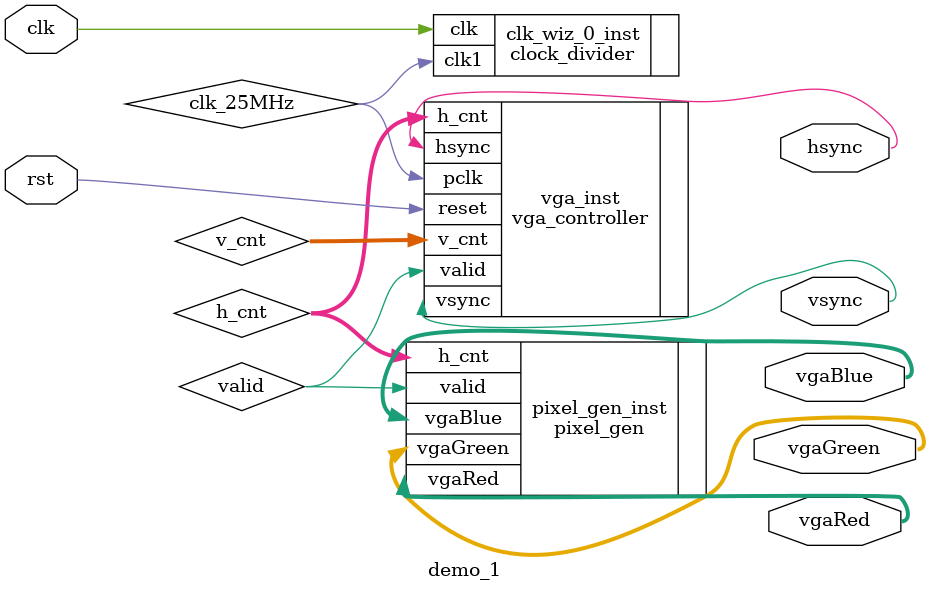
<source format=v>
module demo_1(
   input clk,
   input rst,
   output [3:0] vgaRed,
   output [3:0] vgaGreen,
   output [3:0] vgaBlue,
   output hsync,
   output vsync
    );


    wire clk_25MHz;
    wire valid;
    wire [9:0] h_cnt; //640
    wire [9:0] v_cnt;  //480


     clock_divider clk_wiz_0_inst(
      .clk(clk),
      .clk1(clk_25MHz)
    );

   pixel_gen pixel_gen_inst(
       .h_cnt(h_cnt),
       .valid(valid),
       .vgaRed(vgaRed),
       .vgaGreen(vgaGreen),
       .vgaBlue(vgaBlue)
    );

    vga_controller   vga_inst(
      .pclk(clk_25MHz),
      .reset(rst),
      .hsync(hsync),
      .vsync(vsync),
      .valid(valid),
      .h_cnt(h_cnt),
      .v_cnt(v_cnt)
    );
      
endmodule

</source>
